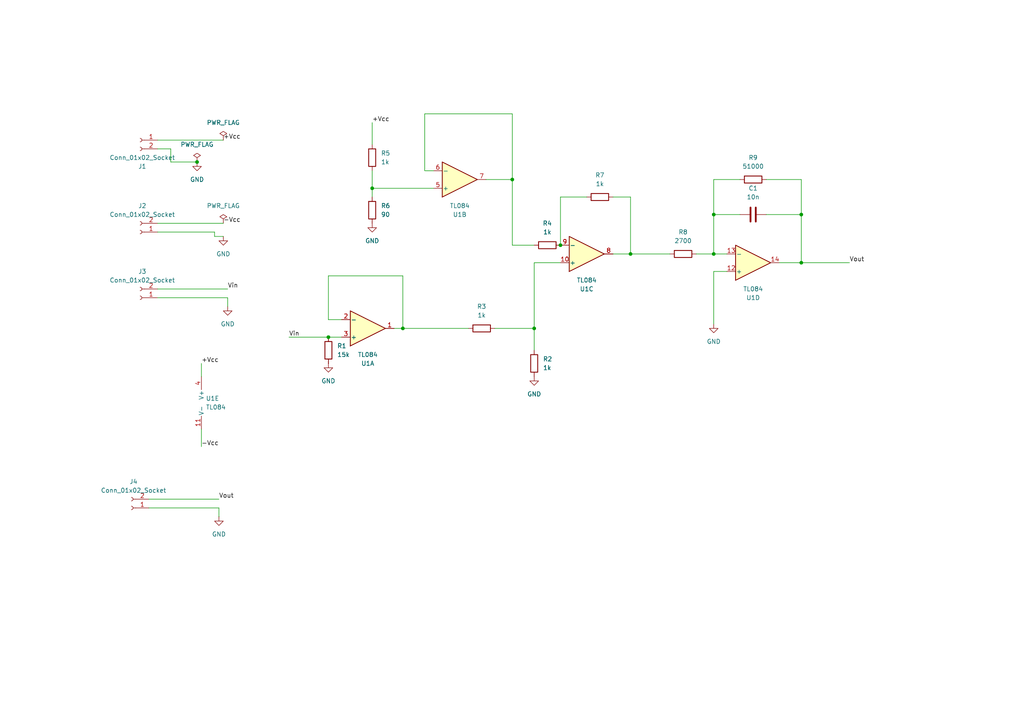
<source format=kicad_sch>
(kicad_sch (version 20231120) (generator "eeschema") (generator_version "8.0")
  (paper "A4")
  (lib_symbols
    (symbol "Amplifier_Operational:TL084" (pin_names (offset 0.127))
      (property "Reference" "U" (at 0 5.08 0))
      (property "Value" "TL084" (at 0 -5.08 0))
      (symbol "TL084_1_1"
        (polyline (pts (xy -5.08 5.08) (xy 5.08 0) (xy -5.08 -5.08) (xy -5.08 5.08)) (stroke (width 0.254)) (fill (type background)))
        (pin output line (at 7.62 0 180) (length 2.54) (name "~") (number "1"))
        (pin input line (at -7.62 -2.54 0) (length 2.54) (name "-") (number "2"))
        (pin input line (at -7.62 2.54 0) (length 2.54) (name "+") (number "3"))
      )
      (symbol "TL084_2_1"
        (polyline (pts (xy -5.08 5.08) (xy 5.08 0) (xy -5.08 -5.08) (xy -5.08 5.08)) (stroke (width 0.254)) (fill (type background)))
        (pin input line (at -7.62 2.54 0) (length 2.54) (name "+") (number "5"))
        (pin input line (at -7.62 -2.54 0) (length 2.54) (name "-") (number "6"))
        (pin output line (at 7.62 0 180) (length 2.54) (name "~") (number "7"))
      )
      (symbol "TL084_3_1"
        (polyline (pts (xy -5.08 5.08) (xy 5.08 0) (xy -5.08 -5.08) (xy -5.08 5.08)) (stroke (width 0.254)) (fill (type background)))
        (pin input line (at -7.62 2.54 0) (length 2.54) (name "+") (number "10"))
        (pin output line (at 7.62 0 180) (length 2.54) (name "~") (number "8"))
        (pin input line (at -7.62 -2.54 0) (length 2.54) (name "-") (number "9"))
      )
      (symbol "TL084_4_1"
        (polyline (pts (xy -5.08 5.08) (xy 5.08 0) (xy -5.08 -5.08) (xy -5.08 5.08)) (stroke (width 0.254)) (fill (type background)))
        (pin input line (at -7.62 2.54 0) (length 2.54) (name "+") (number "12"))
        (pin input line (at -7.62 -2.54 0) (length 2.54) (name "-") (number "13"))
        (pin output line (at 7.62 0 180) (length 2.54) (name "~") (number "14"))
      )
      (symbol "TL084_5_1"
        (pin power_in line (at -2.54 -7.62 90) (length 3.81) (name "V-") (number "11"))
        (pin power_in line (at -2.54 7.62 270) (length 3.81) (name "V+") (number "4"))
      )
    )
    (symbol "Connector:Conn_01x02_Socket" (pin_names (offset 1.016) hide)
      (property "Reference" "J" (at 0 2.54 0))
      (property "Value" "Conn_01x02_Socket" (at 0 -5.08 0))
      (symbol "Conn_01x02_Socket_1_1"
        (arc (start 0 -2.032) (mid -0.5058 -2.54) (end 0 -3.048) (stroke (width 0.1524)))
        (polyline (pts (xy -1.27 -2.54) (xy -0.508 -2.54)) (stroke (width 0.1524)))
        (polyline (pts (xy -1.27 0) (xy -0.508 0)) (stroke (width 0.1524)))
        (arc (start 0 0.508) (mid -0.5058 0) (end 0 -0.508) (stroke (width 0.1524)))
        (pin passive line (at -5.08 0 0) (length 3.81) (name "Pin_1") (number "1"))
        (pin passive line (at -5.08 -2.54 0) (length 3.81) (name "Pin_2") (number "2"))
      )
    )
    (symbol "Device:C" (pin_numbers hide) (pin_names (offset 0.254))
      (property "Reference" "C" (at 0.635 2.54 0))
      (property "Value" "C" (at 0.635 -2.54 0))
      (symbol "C_0_1"
        (polyline (pts (xy -2.032 -0.762) (xy 2.032 -0.762)) (stroke (width 0.508)))
        (polyline (pts (xy -2.032 0.762) (xy 2.032 0.762)) (stroke (width 0.508)))
      )
      (symbol "C_1_1"
        (pin passive line (at 0 3.81 270) (length 2.794) (name "~") (number "1"))
        (pin passive line (at 0 -3.81 90) (length 2.794) (name "~") (number "2"))
      )
    )
    (symbol "Device:R" (pin_numbers hide) (pin_names (offset 0))
      (property "Reference" "R" (at 2.032 0 90))
      (property "Value" "R" (at 0 0 90))
      (symbol "R_0_1"
        (rectangle (start -1.016 -2.54) (end 1.016 2.54) (stroke (width 0.254)))
      )
      (symbol "R_1_1"
        (pin passive line (at 0 3.81 270) (length 1.27) (name "~") (number "1"))
        (pin passive line (at 0 -3.81 90) (length 1.27) (name "~") (number "2"))
      )
    )
    (symbol "power:GND" (power) (pin_numbers hide) (pin_names (offset 0) hide)
      (property "Value" "GND" (at 0 -3.81 0))
      (symbol "GND_0_1"
        (polyline (pts (xy 0 0) (xy 0 -1.27) (xy 1.27 -1.27) (xy 0 -2.54) (xy -1.27 -1.27) (xy 0 -1.27)))
      )
      (symbol "GND_1_1"
        (pin power_in line (at 0 0 270) (length 0) (name "~") (number "1"))
      )
    )
    (symbol "power:PWR_FLAG" (power) (pin_numbers hide) (pin_names (offset 0) hide)
      (property "Value" "PWR_FLAG" (at 0 3.81 0))
      (symbol "PWR_FLAG_0_0"
        (pin power_out line (at 0 0 90) (length 0) (name "~") (number "1"))
      )
      (symbol "PWR_FLAG_0_1"
        (polyline (pts (xy 0 0) (xy 0 1.27) (xy -1.016 1.905) (xy 0 2.54) (xy 1.016 1.905) (xy 0 1.27)))
      )
    )
  )
  (junction (at 207.01 73.66))
  (junction (at 232.41 62.23))
  (junction (at 154.94 95.25))
  (junction (at 57.15 46.99))
  (junction (at 207.01 62.23))
  (junction (at 182.88 73.66))
  (junction (at 107.95 54.61))
  (junction (at 232.41 76.2))
  (junction (at 162.56 71.12))
  (junction (at 148.59 52.07))
  (junction (at 95.25 97.79))
  (junction (at 116.84 95.25))
  (wire (pts (xy 148.59 71.12) (xy 154.94 71.12)))
  (wire (pts (xy 207.01 62.23) (xy 214.63 62.23)))
  (wire (pts (xy 232.41 76.2) (xy 246.38 76.2)))
  (wire (pts (xy 95.25 97.79) (xy 99.06 97.79)))
  (wire (pts (xy 43.18 147.32) (xy 63.5 147.32)))
  (wire (pts (xy 226.06 76.2) (xy 232.41 76.2)))
  (wire (pts (xy 207.01 52.07) (xy 214.63 52.07)))
  (wire (pts (xy 43.18 144.78) (xy 63.5 144.78)))
  (wire (pts (xy 62.23 67.31) (xy 62.23 68.58)))
  (wire (pts (xy 207.01 73.66) (xy 210.82 73.66)))
  (wire (pts (xy 201.93 73.66) (xy 207.01 73.66)))
  (wire (pts (xy 232.41 62.23) (xy 232.41 76.2)))
  (wire (pts (xy 148.59 33.02) (xy 148.59 52.07)))
  (wire (pts (xy 177.8 57.15) (xy 182.88 57.15)))
  (wire (pts (xy 45.72 43.18) (xy 49.53 43.18)))
  (wire (pts (xy 107.95 54.61) (xy 107.95 57.15)))
  (wire (pts (xy 154.94 76.2) (xy 154.94 95.25)))
  (wire (pts (xy 95.25 92.71) (xy 99.06 92.71)))
  (wire (pts (xy 123.19 33.02) (xy 148.59 33.02)))
  (wire (pts (xy 45.72 40.64) (xy 64.77 40.64)))
  (wire (pts (xy 116.84 80.01) (xy 116.84 95.25)))
  (wire (pts (xy 107.95 35.56) (xy 107.95 41.91)))
  (wire (pts (xy 222.25 62.23) (xy 232.41 62.23)))
  (wire (pts (xy 148.59 52.07) (xy 148.59 71.12)))
  (wire (pts (xy 49.53 46.99) (xy 57.15 46.99)))
  (wire (pts (xy 114.3 95.25) (xy 116.84 95.25)))
  (wire (pts (xy 154.94 95.25) (xy 154.94 101.6)))
  (wire (pts (xy 45.72 67.31) (xy 62.23 67.31)))
  (wire (pts (xy 177.8 73.66) (xy 182.88 73.66)))
  (wire (pts (xy 140.97 52.07) (xy 148.59 52.07)))
  (wire (pts (xy 49.53 43.18) (xy 49.53 46.99)))
  (wire (pts (xy 62.23 68.58) (xy 64.77 68.58)))
  (wire (pts (xy 45.72 64.77) (xy 64.77 64.77)))
  (wire (pts (xy 63.5 147.32) (xy 63.5 149.86)))
  (wire (pts (xy 143.51 95.25) (xy 154.94 95.25)))
  (wire (pts (xy 123.19 49.53) (xy 123.19 33.02)))
  (wire (pts (xy 162.56 76.2) (xy 154.94 76.2)))
  (wire (pts (xy 207.01 93.98) (xy 207.01 78.74)))
  (wire (pts (xy 207.01 73.66) (xy 207.01 62.23)))
  (wire (pts (xy 222.25 52.07) (xy 232.41 52.07)))
  (wire (pts (xy 162.56 57.15) (xy 162.56 71.12)))
  (wire (pts (xy 45.72 83.82) (xy 66.04 83.82)))
  (wire (pts (xy 207.01 62.23) (xy 207.01 52.07)))
  (wire (pts (xy 182.88 73.66) (xy 194.31 73.66)))
  (wire (pts (xy 182.88 57.15) (xy 182.88 73.66)))
  (wire (pts (xy 58.42 124.46) (xy 58.42 129.54)))
  (wire (pts (xy 107.95 49.53) (xy 107.95 54.61)))
  (wire (pts (xy 207.01 78.74) (xy 210.82 78.74)))
  (wire (pts (xy 125.73 49.53) (xy 123.19 49.53)))
  (wire (pts (xy 116.84 95.25) (xy 135.89 95.25)))
  (wire (pts (xy 95.25 92.71) (xy 95.25 80.01)))
  (wire (pts (xy 107.95 54.61) (xy 125.73 54.61)))
  (wire (pts (xy 66.04 86.36) (xy 66.04 88.9)))
  (wire (pts (xy 58.42 105.41) (xy 58.42 109.22)))
  (wire (pts (xy 45.72 86.36) (xy 66.04 86.36)))
  (wire (pts (xy 232.41 52.07) (xy 232.41 62.23)))
  (wire (pts (xy 95.25 80.01) (xy 116.84 80.01)))
  (wire (pts (xy 170.18 57.15) (xy 162.56 57.15)))
  (wire (pts (xy 83.82 97.79) (xy 95.25 97.79)))
  (label "Vin" (at 83.82 97.79 0))
  (label "+Vcc" (at 58.42 105.41 0))
  (label "Vout" (at 246.38 76.2 0))
  (label "-Vcc" (at 58.42 129.54 0))
  (label "Vin" (at 66.04 83.82 0))
  (label "+Vcc" (at 64.77 40.64 0))
  (label "-Vcc" (at 64.77 64.77 0))
  (label "Vout" (at 63.5 144.78 0))
  (label "+Vcc" (at 107.95 35.56 0))
  (symbol (lib_id "power:GND") (at 57.15 46.99 0) (unit 1)
    (property "Reference" "#PWR1" (effects (hide yes)))
    (property "Value" "GND" (at 57.15 52.07 0))
    (property "Description" "Power symbol creates a global label with name \"GND\" , ground" (effects (hide yes)))
  )
  (symbol (lib_id "Device:R") (at 198.12 73.66 90) (unit 1)
    (property "Reference" "R8" (at 198.12 67.31 90))
    (property "Value" "2700" (at 198.12 69.85 90))
    (property "Footprint" "Resistor_THT:R_Array_SIP4" (effects (hide yes)))
    (property "Description" "Resistor" (effects (hide yes)))
  )
  (symbol (lib_id "power:GND") (at 154.94 109.22 0) (unit 1)
    (property "Reference" "#PWR5" (effects (hide yes)))
    (property "Value" "GND" (at 154.94 114.3 0))
    (property "Description" "Power symbol creates a global label with name \"GND\" , ground" (effects (hide yes)))
  )
  (symbol (lib_id "power:GND") (at 63.5 149.86 0) (unit 1)
    (property "Reference" "#PWR8" (effects (hide yes)))
    (property "Value" "GND" (at 63.5 154.94 0))
    (property "Description" "Power symbol creates a global label with name \"GND\" , ground" (effects (hide yes)))
  )
  (symbol (lib_id "power:GND") (at 107.95 64.77 0) (unit 1)
    (property "Reference" "#PWR6" (effects (hide yes)))
    (property "Value" "GND" (at 107.95 69.85 0))
    (property "Description" "Power symbol creates a global label with name \"GND\" , ground" (effects (hide yes)))
  )
  (symbol (lib_id "Device:R") (at 107.95 60.96 0) (unit 1)
    (property "Reference" "R6" (at 110.49 59.6899 0) (effects (justify left)))
    (property "Value" "90" (at 110.49 62.2299 0) (effects (justify left)))
    (property "Footprint" "Resistor_THT:R_Array_SIP4" (effects (hide yes)))
    (property "Description" "Resistor" (effects (hide yes)))
  )
  (symbol (lib_id "Device:R") (at 107.95 45.72 0) (unit 1)
    (property "Reference" "R5" (at 110.49 44.4499 0) (effects (justify left)))
    (property "Value" "1k" (at 110.49 46.9899 0) (effects (justify left)))
    (property "Footprint" "Resistor_THT:R_Array_SIP4" (effects (hide yes)))
    (property "Description" "Resistor" (effects (hide yes)))
  )
  (symbol (lib_id "Connector:Conn_01x02_Socket") (at 38.1 147.32 180) (unit 1)
    (property "Reference" "J4" (at 38.735 139.7 0))
    (property "Value" "Conn_01x02_Socket" (at 38.735 142.24 0))
    (property "Footprint" "Connector_Wire:SolderWire-0.1sqmm_1x01_D0.4mm_OD1mm" (effects (hide yes)))
    (property "Description" "Generic connector, single row, 01x02, script generated" (effects (hide yes)))
  )
  (symbol (lib_id "Device:R") (at 173.99 57.15 90) (unit 1)
    (property "Reference" "R7" (at 173.99 50.8 90))
    (property "Value" "1k" (at 173.99 53.34 90))
    (property "Footprint" "Resistor_THT:R_Array_SIP4" (effects (hide yes)))
    (property "Description" "Resistor" (effects (hide yes)))
  )
  (symbol (lib_id "Device:R") (at 158.75 71.12 90) (unit 1)
    (property "Reference" "R4" (at 158.75 64.77 90))
    (property "Value" "1k" (at 158.75 67.31 90))
    (property "Footprint" "Resistor_THT:R_Array_SIP4" (effects (hide yes)))
    (property "Description" "Resistor" (effects (hide yes)))
  )
  (symbol (lib_id "power:GND") (at 207.01 93.98 0) (unit 1)
    (property "Reference" "#PWR7" (effects (hide yes)))
    (property "Value" "GND" (at 207.01 99.06 0))
    (property "Description" "Power symbol creates a global label with name \"GND\" , ground" (effects (hide yes)))
  )
  (symbol (lib_id "Amplifier_Operational:TL084") (at 218.44 76.2 0) (mirror x) (unit 4)
    (property "Reference" "U1" (at 218.44 86.36 0))
    (property "Value" "TL084" (at 218.44 83.82 0))
    (property "Footprint" "Package_DIP:DIP-14_W7.62mm_Socket" (effects (hide yes)))
    (property "Datasheet" "http://www.ti.com/lit/ds/symlink/tl081.pdf" (effects (hide yes)))
    (property "Description" "Quad JFET-Input Operational Amplifiers, DIP-14/SOIC-14/SSOP-14" (effects (hide yes)))
  )
  (symbol (lib_id "power:GND") (at 95.25 105.41 0) (unit 1)
    (property "Reference" "#PWR4" (effects (hide yes)))
    (property "Value" "GND" (at 95.25 110.49 0))
    (property "Description" "Power symbol creates a global label with name \"GND\" , ground" (effects (hide yes)))
  )
  (symbol (lib_id "power:GND") (at 66.04 88.9 0) (unit 1)
    (property "Reference" "#PWR3" (effects (hide yes)))
    (property "Value" "GND" (at 66.04 93.98 0))
    (property "Description" "Power symbol creates a global label with name \"GND\" , ground" (effects (hide yes)))
  )
  (symbol (lib_id "Device:C") (at 218.44 62.23 90) (unit 1)
    (property "Reference" "C1" (at 218.44 54.61 90))
    (property "Value" "10n" (at 218.44 57.15 90))
    (property "Footprint" "Capacitor_THT:CP_Radial_D4.0mm_P1.50mm" (effects (hide yes)))
    (property "Description" "Unpolarized capacitor" (effects (hide yes)))
  )
  (symbol (lib_id "Device:R") (at 154.94 105.41 180) (unit 1)
    (property "Reference" "R2" (at 157.48 104.1399 0) (effects (justify right)))
    (property "Value" "1k" (at 157.48 106.6799 0) (effects (justify right)))
    (property "Footprint" "Resistor_THT:R_Array_SIP4" (effects (hide yes)))
    (property "Description" "Resistor" (effects (hide yes)))
  )
  (symbol (lib_id "Connector:Conn_01x02_Socket") (at 40.64 86.36 180) (unit 1)
    (property "Reference" "J3" (at 41.275 78.74 0))
    (property "Value" "Conn_01x02_Socket" (at 41.275 81.28 0))
    (property "Footprint" "Connector_Wire:SolderWire-0.1sqmm_1x02_P3.6mm_D0.4mm_OD1mm" (effects (hide yes)))
    (property "Description" "Generic connector, single row, 01x02, script generated" (effects (hide yes)))
  )
  (symbol (lib_id "power:PWR_FLAG") (at 57.15 46.99 0) (unit 1)
    (property "Reference" "#FLG3" (effects (hide yes)))
    (property "Value" "PWR_FLAG" (at 57.15 41.91 0))
    (property "Description" "Special symbol for telling ERC where power comes from" (effects (hide yes)))
  )
  (symbol (lib_id "Amplifier_Operational:TL084") (at 170.18 73.66 0) (mirror x) (unit 3)
    (property "Reference" "U1" (at 170.18 83.82 0))
    (property "Value" "TL084" (at 170.18 81.28 0))
    (property "Footprint" "Package_DIP:DIP-14_W7.62mm_Socket" (effects (hide yes)))
    (property "Datasheet" "http://www.ti.com/lit/ds/symlink/tl081.pdf" (effects (hide yes)))
    (property "Description" "Quad JFET-Input Operational Amplifiers, DIP-14/SOIC-14/SSOP-14" (effects (hide yes)))
  )
  (symbol (lib_id "power:PWR_FLAG") (at 64.77 64.77 0) (unit 1)
    (property "Reference" "#FLG2" (effects (hide yes)))
    (property "Value" "PWR_FLAG" (at 64.77 59.69 0))
    (property "Description" "Special symbol for telling ERC where power comes from" (effects (hide yes)))
  )
  (symbol (lib_id "Device:R") (at 139.7 95.25 90) (unit 1)
    (property "Reference" "R3" (at 139.7 88.9 90))
    (property "Value" "1k" (at 139.7 91.44 90))
    (property "Footprint" "Resistor_THT:R_Array_SIP4" (effects (hide yes)))
    (property "Description" "Resistor" (effects (hide yes)))
  )
  (symbol (lib_id "Device:R") (at 218.44 52.07 90) (unit 1)
    (property "Reference" "R9" (at 218.44 45.72 90))
    (property "Value" "51000" (at 218.44 48.26 90))
    (property "Footprint" "Resistor_THT:R_Array_SIP4" (effects (hide yes)))
    (property "Description" "Resistor" (effects (hide yes)))
  )
  (symbol (lib_id "Connector:Conn_01x02_Socket") (at 40.64 67.31 180) (unit 1)
    (property "Reference" "J2" (at 41.275 59.69 0))
    (property "Value" "Conn_01x02_Socket" (at 41.275 62.23 0))
    (property "Footprint" "Connector_Wire:SolderWire-0.1sqmm_1x01_D0.4mm_OD1mm" (effects (hide yes)))
    (property "Description" "Generic connector, single row, 01x02, script generated" (effects (hide yes)))
  )
  (symbol (lib_id "power:GND") (at 64.77 68.58 0) (unit 1)
    (property "Reference" "#PWR2" (effects (hide yes)))
    (property "Value" "GND" (at 64.77 73.66 0))
    (property "Description" "Power symbol creates a global label with name \"GND\" , ground" (effects (hide yes)))
  )
  (symbol (lib_id "Amplifier_Operational:TL084") (at 106.68 95.25 0) (mirror x) (unit 1)
    (property "Reference" "U1" (at 106.68 105.41 0))
    (property "Value" "TL084" (at 106.68 102.87 0))
    (property "Footprint" "Package_DIP:DIP-14_W7.62mm_Socket" (effects (hide yes)))
    (property "Datasheet" "http://www.ti.com/lit/ds/symlink/tl081.pdf" (effects (hide yes)))
    (property "Description" "Quad JFET-Input Operational Amplifiers, DIP-14/SOIC-14/SSOP-14" (effects (hide yes)))
  )
  (symbol (lib_id "Device:R") (at 95.25 101.6 0) (unit 1)
    (property "Reference" "R1" (at 97.79 100.3299 0) (effects (justify left)))
    (property "Value" "15k" (at 97.79 102.8699 0) (effects (justify left)))
    (property "Footprint" "Resistor_THT:R_Array_SIP4" (effects (hide yes)))
    (property "Description" "Resistor" (effects (hide yes)))
  )
  (symbol (lib_id "power:PWR_FLAG") (at 64.77 40.64 0) (unit 1)
    (property "Reference" "#FLG1" (effects (hide yes)))
    (property "Value" "PWR_FLAG" (at 64.77 35.56 0))
    (property "Description" "Special symbol for telling ERC where power comes from" (effects (hide yes)))
  )
  (symbol (lib_id "Connector:Conn_01x02_Socket") (at 40.64 40.64 0) (mirror y) (unit 1)
    (property "Reference" "J1" (at 41.275 48.26 0))
    (property "Value" "Conn_01x02_Socket" (at 41.275 45.72 0))
    (property "Footprint" "Connector_Wire:SolderWire-0.1sqmm_1x02_P3.6mm_D0.4mm_OD1mm" (effects (hide yes)))
    (property "Description" "Generic connector, single row, 01x02, script generated" (effects (hide yes)))
  )
  (symbol (lib_id "Amplifier_Operational:TL084") (at 133.35 52.07 0) (mirror x) (unit 2)
    (property "Reference" "U1" (at 133.35 62.23 0))
    (property "Value" "TL084" (at 133.35 59.69 0))
    (property "Footprint" "Package_DIP:DIP-14_W7.62mm_Socket" (effects (hide yes)))
    (property "Datasheet" "http://www.ti.com/lit/ds/symlink/tl081.pdf" (effects (hide yes)))
    (property "Description" "Quad JFET-Input Operational Amplifiers, DIP-14/SOIC-14/SSOP-14" (effects (hide yes)))
  )
  (symbol (lib_id "Amplifier_Operational:TL084") (at 60.96 116.84 0) (unit 5)
    (property "Reference" "U1" (at 59.69 115.5699 0) (effects (justify left)))
    (property "Value" "TL084" (at 59.69 118.1099 0) (effects (justify left)))
    (property "Footprint" "Package_DIP:DIP-14_W7.62mm_Socket" (effects (hide yes)))
    (property "Datasheet" "http://www.ti.com/lit/ds/symlink/tl081.pdf" (effects (hide yes)))
    (property "Description" "Quad JFET-Input Operational Amplifiers, DIP-14/SOIC-14/SSOP-14" (effects (hide yes)))
  )
)
</source>
